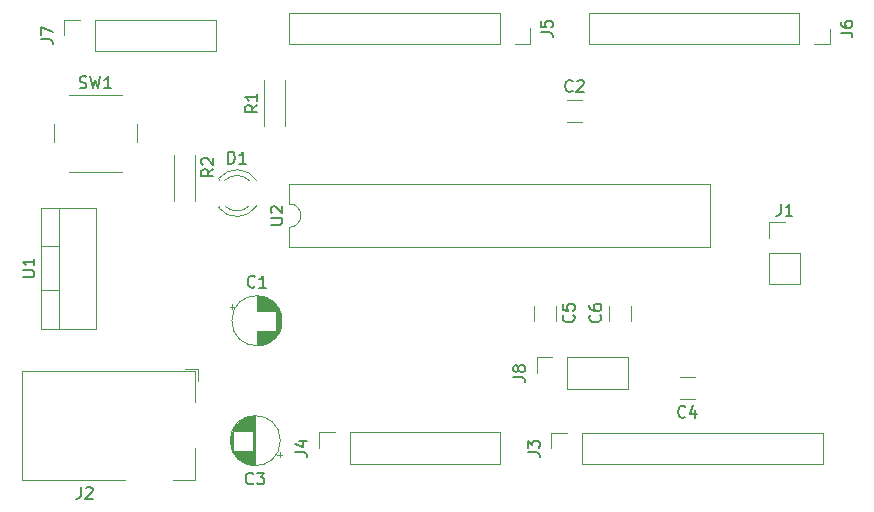
<source format=gbr>
%TF.GenerationSoftware,KiCad,Pcbnew,(6.0.1)*%
%TF.CreationDate,2022-02-10T17:55:29+03:30*%
%TF.ProjectId,PIC Microcontroller Development Board,50494320-4d69-4637-926f-636f6e74726f,rev?*%
%TF.SameCoordinates,Original*%
%TF.FileFunction,Legend,Top*%
%TF.FilePolarity,Positive*%
%FSLAX46Y46*%
G04 Gerber Fmt 4.6, Leading zero omitted, Abs format (unit mm)*
G04 Created by KiCad (PCBNEW (6.0.1)) date 2022-02-10 17:55:29*
%MOMM*%
%LPD*%
G01*
G04 APERTURE LIST*
%ADD10C,0.150000*%
%ADD11C,0.120000*%
G04 APERTURE END LIST*
D10*
%TO.C,U2*%
X117782380Y-94731904D02*
X118591904Y-94731904D01*
X118687142Y-94684285D01*
X118734761Y-94636666D01*
X118782380Y-94541428D01*
X118782380Y-94350952D01*
X118734761Y-94255714D01*
X118687142Y-94208095D01*
X118591904Y-94160476D01*
X117782380Y-94160476D01*
X117877619Y-93731904D02*
X117830000Y-93684285D01*
X117782380Y-93589047D01*
X117782380Y-93350952D01*
X117830000Y-93255714D01*
X117877619Y-93208095D01*
X117972857Y-93160476D01*
X118068095Y-93160476D01*
X118210952Y-93208095D01*
X118782380Y-93779523D01*
X118782380Y-93160476D01*
%TO.C,U1*%
X96782380Y-99186904D02*
X97591904Y-99186904D01*
X97687142Y-99139285D01*
X97734761Y-99091666D01*
X97782380Y-98996428D01*
X97782380Y-98805952D01*
X97734761Y-98710714D01*
X97687142Y-98663095D01*
X97591904Y-98615476D01*
X96782380Y-98615476D01*
X97782380Y-97615476D02*
X97782380Y-98186904D01*
X97782380Y-97901190D02*
X96782380Y-97901190D01*
X96925238Y-97996428D01*
X97020476Y-98091666D01*
X97068095Y-98186904D01*
%TO.C,SW1*%
X101611666Y-83149761D02*
X101754523Y-83197380D01*
X101992619Y-83197380D01*
X102087857Y-83149761D01*
X102135476Y-83102142D01*
X102183095Y-83006904D01*
X102183095Y-82911666D01*
X102135476Y-82816428D01*
X102087857Y-82768809D01*
X101992619Y-82721190D01*
X101802142Y-82673571D01*
X101706904Y-82625952D01*
X101659285Y-82578333D01*
X101611666Y-82483095D01*
X101611666Y-82387857D01*
X101659285Y-82292619D01*
X101706904Y-82245000D01*
X101802142Y-82197380D01*
X102040238Y-82197380D01*
X102183095Y-82245000D01*
X102516428Y-82197380D02*
X102754523Y-83197380D01*
X102945000Y-82483095D01*
X103135476Y-83197380D01*
X103373571Y-82197380D01*
X104278333Y-83197380D02*
X103706904Y-83197380D01*
X103992619Y-83197380D02*
X103992619Y-82197380D01*
X103897380Y-82340238D01*
X103802142Y-82435476D01*
X103706904Y-82483095D01*
%TO.C,R2*%
X112923580Y-90031866D02*
X112447390Y-90365200D01*
X112923580Y-90603295D02*
X111923580Y-90603295D01*
X111923580Y-90222342D01*
X111971200Y-90127104D01*
X112018819Y-90079485D01*
X112114057Y-90031866D01*
X112256914Y-90031866D01*
X112352152Y-90079485D01*
X112399771Y-90127104D01*
X112447390Y-90222342D01*
X112447390Y-90603295D01*
X112018819Y-89650914D02*
X111971200Y-89603295D01*
X111923580Y-89508057D01*
X111923580Y-89269961D01*
X111971200Y-89174723D01*
X112018819Y-89127104D01*
X112114057Y-89079485D01*
X112209295Y-89079485D01*
X112352152Y-89127104D01*
X112923580Y-89698533D01*
X112923580Y-89079485D01*
%TO.C,R1*%
X116642380Y-84621666D02*
X116166190Y-84955000D01*
X116642380Y-85193095D02*
X115642380Y-85193095D01*
X115642380Y-84812142D01*
X115690000Y-84716904D01*
X115737619Y-84669285D01*
X115832857Y-84621666D01*
X115975714Y-84621666D01*
X116070952Y-84669285D01*
X116118571Y-84716904D01*
X116166190Y-84812142D01*
X116166190Y-85193095D01*
X116642380Y-83669285D02*
X116642380Y-84240714D01*
X116642380Y-83955000D02*
X115642380Y-83955000D01*
X115785238Y-84050238D01*
X115880476Y-84145476D01*
X115928095Y-84240714D01*
%TO.C,J8*%
X138327380Y-107648333D02*
X139041666Y-107648333D01*
X139184523Y-107695952D01*
X139279761Y-107791190D01*
X139327380Y-107934047D01*
X139327380Y-108029285D01*
X138755952Y-107029285D02*
X138708333Y-107124523D01*
X138660714Y-107172142D01*
X138565476Y-107219761D01*
X138517857Y-107219761D01*
X138422619Y-107172142D01*
X138375000Y-107124523D01*
X138327380Y-107029285D01*
X138327380Y-106838809D01*
X138375000Y-106743571D01*
X138422619Y-106695952D01*
X138517857Y-106648333D01*
X138565476Y-106648333D01*
X138660714Y-106695952D01*
X138708333Y-106743571D01*
X138755952Y-106838809D01*
X138755952Y-107029285D01*
X138803571Y-107124523D01*
X138851190Y-107172142D01*
X138946428Y-107219761D01*
X139136904Y-107219761D01*
X139232142Y-107172142D01*
X139279761Y-107124523D01*
X139327380Y-107029285D01*
X139327380Y-106838809D01*
X139279761Y-106743571D01*
X139232142Y-106695952D01*
X139136904Y-106648333D01*
X138946428Y-106648333D01*
X138851190Y-106695952D01*
X138803571Y-106743571D01*
X138755952Y-106838809D01*
%TO.C,J7*%
X98312380Y-79048333D02*
X99026666Y-79048333D01*
X99169523Y-79095952D01*
X99264761Y-79191190D01*
X99312380Y-79334047D01*
X99312380Y-79429285D01*
X98312380Y-78667380D02*
X98312380Y-78000714D01*
X99312380Y-78429285D01*
%TO.C,J6*%
X166037380Y-78488333D02*
X166751666Y-78488333D01*
X166894523Y-78535952D01*
X166989761Y-78631190D01*
X167037380Y-78774047D01*
X167037380Y-78869285D01*
X166037380Y-77583571D02*
X166037380Y-77774047D01*
X166085000Y-77869285D01*
X166132619Y-77916904D01*
X166275476Y-78012142D01*
X166465952Y-78059761D01*
X166846904Y-78059761D01*
X166942142Y-78012142D01*
X166989761Y-77964523D01*
X167037380Y-77869285D01*
X167037380Y-77678809D01*
X166989761Y-77583571D01*
X166942142Y-77535952D01*
X166846904Y-77488333D01*
X166608809Y-77488333D01*
X166513571Y-77535952D01*
X166465952Y-77583571D01*
X166418333Y-77678809D01*
X166418333Y-77869285D01*
X166465952Y-77964523D01*
X166513571Y-78012142D01*
X166608809Y-78059761D01*
%TO.C,J5*%
X140652380Y-78463333D02*
X141366666Y-78463333D01*
X141509523Y-78510952D01*
X141604761Y-78606190D01*
X141652380Y-78749047D01*
X141652380Y-78844285D01*
X140652380Y-77510952D02*
X140652380Y-77987142D01*
X141128571Y-78034761D01*
X141080952Y-77987142D01*
X141033333Y-77891904D01*
X141033333Y-77653809D01*
X141080952Y-77558571D01*
X141128571Y-77510952D01*
X141223809Y-77463333D01*
X141461904Y-77463333D01*
X141557142Y-77510952D01*
X141604761Y-77558571D01*
X141652380Y-77653809D01*
X141652380Y-77891904D01*
X141604761Y-77987142D01*
X141557142Y-78034761D01*
%TO.C,J4*%
X119872380Y-113998333D02*
X120586666Y-113998333D01*
X120729523Y-114045952D01*
X120824761Y-114141190D01*
X120872380Y-114284047D01*
X120872380Y-114379285D01*
X120205714Y-113093571D02*
X120872380Y-113093571D01*
X119824761Y-113331666D02*
X120539047Y-113569761D01*
X120539047Y-112950714D01*
%TO.C,J3*%
X139557380Y-114023333D02*
X140271666Y-114023333D01*
X140414523Y-114070952D01*
X140509761Y-114166190D01*
X140557380Y-114309047D01*
X140557380Y-114404285D01*
X139557380Y-113642380D02*
X139557380Y-113023333D01*
X139938333Y-113356666D01*
X139938333Y-113213809D01*
X139985952Y-113118571D01*
X140033571Y-113070952D01*
X140128809Y-113023333D01*
X140366904Y-113023333D01*
X140462142Y-113070952D01*
X140509761Y-113118571D01*
X140557380Y-113213809D01*
X140557380Y-113499523D01*
X140509761Y-113594761D01*
X140462142Y-113642380D01*
%TO.C,J2*%
X101706666Y-116962380D02*
X101706666Y-117676666D01*
X101659047Y-117819523D01*
X101563809Y-117914761D01*
X101420952Y-117962380D01*
X101325714Y-117962380D01*
X102135238Y-117057619D02*
X102182857Y-117010000D01*
X102278095Y-116962380D01*
X102516190Y-116962380D01*
X102611428Y-117010000D01*
X102659047Y-117057619D01*
X102706666Y-117152857D01*
X102706666Y-117248095D01*
X102659047Y-117390952D01*
X102087619Y-117962380D01*
X102706666Y-117962380D01*
%TO.C,J1*%
X160956666Y-93002380D02*
X160956666Y-93716666D01*
X160909047Y-93859523D01*
X160813809Y-93954761D01*
X160670952Y-94002380D01*
X160575714Y-94002380D01*
X161956666Y-94002380D02*
X161385238Y-94002380D01*
X161670952Y-94002380D02*
X161670952Y-93002380D01*
X161575714Y-93145238D01*
X161480476Y-93240476D01*
X161385238Y-93288095D01*
%TO.C,D1*%
X114191904Y-89567380D02*
X114191904Y-88567380D01*
X114430000Y-88567380D01*
X114572857Y-88615000D01*
X114668095Y-88710238D01*
X114715714Y-88805476D01*
X114763333Y-88995952D01*
X114763333Y-89138809D01*
X114715714Y-89329285D01*
X114668095Y-89424523D01*
X114572857Y-89519761D01*
X114430000Y-89567380D01*
X114191904Y-89567380D01*
X115715714Y-89567380D02*
X115144285Y-89567380D01*
X115430000Y-89567380D02*
X115430000Y-88567380D01*
X115334761Y-88710238D01*
X115239523Y-88805476D01*
X115144285Y-88853095D01*
%TO.C,C6*%
X145667142Y-102401666D02*
X145714761Y-102449285D01*
X145762380Y-102592142D01*
X145762380Y-102687380D01*
X145714761Y-102830238D01*
X145619523Y-102925476D01*
X145524285Y-102973095D01*
X145333809Y-103020714D01*
X145190952Y-103020714D01*
X145000476Y-102973095D01*
X144905238Y-102925476D01*
X144810000Y-102830238D01*
X144762380Y-102687380D01*
X144762380Y-102592142D01*
X144810000Y-102449285D01*
X144857619Y-102401666D01*
X144762380Y-101544523D02*
X144762380Y-101735000D01*
X144810000Y-101830238D01*
X144857619Y-101877857D01*
X145000476Y-101973095D01*
X145190952Y-102020714D01*
X145571904Y-102020714D01*
X145667142Y-101973095D01*
X145714761Y-101925476D01*
X145762380Y-101830238D01*
X145762380Y-101639761D01*
X145714761Y-101544523D01*
X145667142Y-101496904D01*
X145571904Y-101449285D01*
X145333809Y-101449285D01*
X145238571Y-101496904D01*
X145190952Y-101544523D01*
X145143333Y-101639761D01*
X145143333Y-101830238D01*
X145190952Y-101925476D01*
X145238571Y-101973095D01*
X145333809Y-102020714D01*
%TO.C,C5*%
X143417142Y-102401666D02*
X143464761Y-102449285D01*
X143512380Y-102592142D01*
X143512380Y-102687380D01*
X143464761Y-102830238D01*
X143369523Y-102925476D01*
X143274285Y-102973095D01*
X143083809Y-103020714D01*
X142940952Y-103020714D01*
X142750476Y-102973095D01*
X142655238Y-102925476D01*
X142560000Y-102830238D01*
X142512380Y-102687380D01*
X142512380Y-102592142D01*
X142560000Y-102449285D01*
X142607619Y-102401666D01*
X142512380Y-101496904D02*
X142512380Y-101973095D01*
X142988571Y-102020714D01*
X142940952Y-101973095D01*
X142893333Y-101877857D01*
X142893333Y-101639761D01*
X142940952Y-101544523D01*
X142988571Y-101496904D01*
X143083809Y-101449285D01*
X143321904Y-101449285D01*
X143417142Y-101496904D01*
X143464761Y-101544523D01*
X143512380Y-101639761D01*
X143512380Y-101877857D01*
X143464761Y-101973095D01*
X143417142Y-102020714D01*
%TO.C,C4*%
X152888333Y-110992142D02*
X152840714Y-111039761D01*
X152697857Y-111087380D01*
X152602619Y-111087380D01*
X152459761Y-111039761D01*
X152364523Y-110944523D01*
X152316904Y-110849285D01*
X152269285Y-110658809D01*
X152269285Y-110515952D01*
X152316904Y-110325476D01*
X152364523Y-110230238D01*
X152459761Y-110135000D01*
X152602619Y-110087380D01*
X152697857Y-110087380D01*
X152840714Y-110135000D01*
X152888333Y-110182619D01*
X153745476Y-110420714D02*
X153745476Y-111087380D01*
X153507380Y-110039761D02*
X153269285Y-110754047D01*
X153888333Y-110754047D01*
%TO.C,C3*%
X116308333Y-116637142D02*
X116260714Y-116684761D01*
X116117857Y-116732380D01*
X116022619Y-116732380D01*
X115879761Y-116684761D01*
X115784523Y-116589523D01*
X115736904Y-116494285D01*
X115689285Y-116303809D01*
X115689285Y-116160952D01*
X115736904Y-115970476D01*
X115784523Y-115875238D01*
X115879761Y-115780000D01*
X116022619Y-115732380D01*
X116117857Y-115732380D01*
X116260714Y-115780000D01*
X116308333Y-115827619D01*
X116641666Y-115732380D02*
X117260714Y-115732380D01*
X116927380Y-116113333D01*
X117070238Y-116113333D01*
X117165476Y-116160952D01*
X117213095Y-116208571D01*
X117260714Y-116303809D01*
X117260714Y-116541904D01*
X117213095Y-116637142D01*
X117165476Y-116684761D01*
X117070238Y-116732380D01*
X116784523Y-116732380D01*
X116689285Y-116684761D01*
X116641666Y-116637142D01*
%TO.C,C2*%
X143343333Y-83397142D02*
X143295714Y-83444761D01*
X143152857Y-83492380D01*
X143057619Y-83492380D01*
X142914761Y-83444761D01*
X142819523Y-83349523D01*
X142771904Y-83254285D01*
X142724285Y-83063809D01*
X142724285Y-82920952D01*
X142771904Y-82730476D01*
X142819523Y-82635238D01*
X142914761Y-82540000D01*
X143057619Y-82492380D01*
X143152857Y-82492380D01*
X143295714Y-82540000D01*
X143343333Y-82587619D01*
X143724285Y-82587619D02*
X143771904Y-82540000D01*
X143867142Y-82492380D01*
X144105238Y-82492380D01*
X144200476Y-82540000D01*
X144248095Y-82587619D01*
X144295714Y-82682857D01*
X144295714Y-82778095D01*
X144248095Y-82920952D01*
X143676666Y-83492380D01*
X144295714Y-83492380D01*
%TO.C,C1*%
X116450733Y-99977142D02*
X116403114Y-100024761D01*
X116260257Y-100072380D01*
X116165019Y-100072380D01*
X116022161Y-100024761D01*
X115926923Y-99929523D01*
X115879304Y-99834285D01*
X115831685Y-99643809D01*
X115831685Y-99500952D01*
X115879304Y-99310476D01*
X115926923Y-99215238D01*
X116022161Y-99120000D01*
X116165019Y-99072380D01*
X116260257Y-99072380D01*
X116403114Y-99120000D01*
X116450733Y-99167619D01*
X117403114Y-100072380D02*
X116831685Y-100072380D01*
X117117400Y-100072380D02*
X117117400Y-99072380D01*
X117022161Y-99215238D01*
X116926923Y-99310476D01*
X116831685Y-99358095D01*
D11*
%TO.C,U2*%
X119330000Y-91320000D02*
X119330000Y-92970000D01*
X155010000Y-91320000D02*
X119330000Y-91320000D01*
X119330000Y-94970000D02*
X119330000Y-96620000D01*
X119330000Y-96620000D02*
X155010000Y-96620000D01*
X155010000Y-96620000D02*
X155010000Y-91320000D01*
X119330000Y-94970000D02*
G75*
G03*
X119330000Y-92970000I0J1000000D01*
G01*
%TO.C,U1*%
X99840000Y-103545000D02*
X99840000Y-93305000D01*
X98330000Y-100275000D02*
X99840000Y-100275000D01*
X102971000Y-103545000D02*
X102971000Y-93305000D01*
X98330000Y-96574000D02*
X99840000Y-96574000D01*
X98330000Y-103545000D02*
X102971000Y-103545000D01*
X98330000Y-93305000D02*
X102971000Y-93305000D01*
X98330000Y-103545000D02*
X98330000Y-93305000D01*
%TO.C,SW1*%
X106445000Y-87745000D02*
X106445000Y-86245000D01*
X105195000Y-83745000D02*
X100695000Y-83745000D01*
X99445000Y-86245000D02*
X99445000Y-87745000D01*
X100695000Y-90245000D02*
X105195000Y-90245000D01*
%TO.C,R2*%
X109570000Y-88885000D02*
X109570000Y-92725000D01*
X111410000Y-88885000D02*
X111410000Y-92725000D01*
%TO.C,R1*%
X119030000Y-86375000D02*
X119030000Y-82535000D01*
X117190000Y-86375000D02*
X117190000Y-82535000D01*
%TO.C,J8*%
X140315000Y-107315000D02*
X140315000Y-105985000D01*
X142915000Y-105985000D02*
X148055000Y-105985000D01*
X142915000Y-108645000D02*
X148055000Y-108645000D01*
X142915000Y-108645000D02*
X142915000Y-105985000D01*
X140315000Y-105985000D02*
X141645000Y-105985000D01*
X148055000Y-108645000D02*
X148055000Y-105985000D01*
%TO.C,J7*%
X100300000Y-77385000D02*
X101630000Y-77385000D01*
X102900000Y-77385000D02*
X113120000Y-77385000D01*
X102900000Y-80045000D02*
X113120000Y-80045000D01*
X102900000Y-80045000D02*
X102900000Y-77385000D01*
X113120000Y-80045000D02*
X113120000Y-77385000D01*
X100300000Y-78715000D02*
X100300000Y-77385000D01*
%TO.C,J6*%
X165145000Y-79485000D02*
X163815000Y-79485000D01*
X162545000Y-76825000D02*
X162545000Y-79485000D01*
X162545000Y-79485000D02*
X144705000Y-79485000D01*
X144705000Y-76825000D02*
X144705000Y-79485000D01*
X162545000Y-76825000D02*
X144705000Y-76825000D01*
X165145000Y-78155000D02*
X165145000Y-79485000D01*
%TO.C,J5*%
X139760000Y-79460000D02*
X138430000Y-79460000D01*
X137160000Y-76800000D02*
X137160000Y-79460000D01*
X137160000Y-79460000D02*
X119320000Y-79460000D01*
X119320000Y-76800000D02*
X119320000Y-79460000D01*
X137160000Y-76800000D02*
X119320000Y-76800000D01*
X139760000Y-78130000D02*
X139760000Y-79460000D01*
%TO.C,J4*%
X137220000Y-114995000D02*
X137220000Y-112335000D01*
X124460000Y-114995000D02*
X137220000Y-114995000D01*
X121860000Y-112335000D02*
X123190000Y-112335000D01*
X124460000Y-112335000D02*
X137220000Y-112335000D01*
X124460000Y-114995000D02*
X124460000Y-112335000D01*
X121860000Y-113665000D02*
X121860000Y-112335000D01*
%TO.C,J3*%
X141545000Y-112360000D02*
X142875000Y-112360000D01*
X144145000Y-115020000D02*
X164525000Y-115020000D01*
X164525000Y-115020000D02*
X164525000Y-112360000D01*
X144145000Y-115020000D02*
X144145000Y-112360000D01*
X144145000Y-112360000D02*
X164525000Y-112360000D01*
X141545000Y-113690000D02*
X141545000Y-112360000D01*
%TO.C,J2*%
X96690000Y-107160000D02*
X111390000Y-107160000D01*
X96690000Y-116360000D02*
X96690000Y-107160000D01*
X111390000Y-116360000D02*
X109490000Y-116360000D01*
X111390000Y-113660000D02*
X111390000Y-116360000D01*
X111390000Y-107160000D02*
X111390000Y-109760000D01*
X105490000Y-116360000D02*
X96690000Y-116360000D01*
X111590000Y-108010000D02*
X111590000Y-106960000D01*
X110540000Y-106960000D02*
X111590000Y-106960000D01*
%TO.C,J1*%
X159960000Y-95880000D02*
X159960000Y-94550000D01*
X159960000Y-99750000D02*
X162620000Y-99750000D01*
X159960000Y-97150000D02*
X159960000Y-99750000D01*
X159960000Y-97150000D02*
X162620000Y-97150000D01*
X159960000Y-94550000D02*
X161290000Y-94550000D01*
X162620000Y-97150000D02*
X162620000Y-99750000D01*
%TO.C,D1*%
X113370000Y-90839000D02*
X113370000Y-90995000D01*
X113370000Y-93155000D02*
X113370000Y-93311000D01*
X115971130Y-90995163D02*
G75*
G03*
X113889039Y-90995000I-1041130J-1079837D01*
G01*
X113370000Y-93310516D02*
G75*
G03*
X116602335Y-93153608I1560000J1235517D01*
G01*
X113889039Y-93155000D02*
G75*
G03*
X115971130Y-93154837I1040961J1080000D01*
G01*
X116602335Y-90996392D02*
G75*
G03*
X113370000Y-90839484I-1672335J-1078609D01*
G01*
%TO.C,C6*%
X148280000Y-102864000D02*
X148280000Y-101606000D01*
X146440000Y-102864000D02*
X146440000Y-101606000D01*
%TO.C,C5*%
X140090000Y-101606000D02*
X140090000Y-102864000D01*
X141930000Y-101606000D02*
X141930000Y-102864000D01*
%TO.C,C4*%
X153684000Y-107665000D02*
X152426000Y-107665000D01*
X153684000Y-109505000D02*
X152426000Y-109505000D01*
%TO.C,C3*%
X116155000Y-112190000D02*
X116155000Y-110974000D01*
X114874000Y-114381000D02*
X114874000Y-113870000D01*
X115034000Y-114546000D02*
X115034000Y-113870000D01*
X114714000Y-112190000D02*
X114714000Y-111888000D01*
X114914000Y-114426000D02*
X114914000Y-113870000D01*
X114994000Y-114508000D02*
X114994000Y-113870000D01*
X115034000Y-112190000D02*
X115034000Y-111514000D01*
X116195000Y-112190000D02*
X116195000Y-110968000D01*
X115554000Y-112190000D02*
X115554000Y-111160000D01*
X115875000Y-112190000D02*
X115875000Y-111036000D01*
X116035000Y-115064000D02*
X116035000Y-113870000D01*
X114434000Y-113567000D02*
X114434000Y-112493000D01*
X114394000Y-113400000D02*
X114394000Y-112660000D01*
X116395000Y-115109000D02*
X116395000Y-110951000D01*
X116275000Y-115101000D02*
X116275000Y-113870000D01*
X115714000Y-114970000D02*
X115714000Y-113870000D01*
X114594000Y-113970000D02*
X114594000Y-112090000D01*
X114954000Y-114468000D02*
X114954000Y-113870000D01*
X115234000Y-114710000D02*
X115234000Y-113870000D01*
X115795000Y-114998000D02*
X115795000Y-113870000D01*
X115714000Y-112190000D02*
X115714000Y-111090000D01*
X115754000Y-114984000D02*
X115754000Y-113870000D01*
X116355000Y-115107000D02*
X116355000Y-110953000D01*
X116435000Y-115110000D02*
X116435000Y-110950000D01*
X116235000Y-115097000D02*
X116235000Y-113870000D01*
X115514000Y-114881000D02*
X115514000Y-113870000D01*
X114994000Y-112190000D02*
X114994000Y-111552000D01*
X115554000Y-114900000D02*
X115554000Y-113870000D01*
X115995000Y-112190000D02*
X115995000Y-111005000D01*
X115394000Y-112190000D02*
X115394000Y-111245000D01*
X114794000Y-114284000D02*
X114794000Y-113870000D01*
X115314000Y-114765000D02*
X115314000Y-113870000D01*
X115274000Y-112190000D02*
X115274000Y-111322000D01*
X116115000Y-112190000D02*
X116115000Y-110980000D01*
X115915000Y-112190000D02*
X115915000Y-111025000D01*
X115434000Y-112190000D02*
X115434000Y-111222000D01*
X115955000Y-112190000D02*
X115955000Y-111014000D01*
X115835000Y-112190000D02*
X115835000Y-111048000D01*
X114954000Y-112190000D02*
X114954000Y-111592000D01*
X115754000Y-112190000D02*
X115754000Y-111076000D01*
X115634000Y-112190000D02*
X115634000Y-111123000D01*
X114754000Y-112190000D02*
X114754000Y-111830000D01*
X114834000Y-114334000D02*
X114834000Y-113870000D01*
X115074000Y-114582000D02*
X115074000Y-113870000D01*
X115114000Y-112190000D02*
X115114000Y-111443000D01*
X114794000Y-112190000D02*
X114794000Y-111776000D01*
X114634000Y-114043000D02*
X114634000Y-112017000D01*
X115154000Y-114649000D02*
X115154000Y-113870000D01*
X115354000Y-112190000D02*
X115354000Y-111270000D01*
X115354000Y-114790000D02*
X115354000Y-113870000D01*
X114754000Y-114230000D02*
X114754000Y-113870000D01*
X115474000Y-114860000D02*
X115474000Y-113870000D01*
X115594000Y-114919000D02*
X115594000Y-113870000D01*
X115314000Y-112190000D02*
X115314000Y-111295000D01*
X115674000Y-114954000D02*
X115674000Y-113870000D01*
X114834000Y-112190000D02*
X114834000Y-111726000D01*
X116035000Y-112190000D02*
X116035000Y-110996000D01*
X115234000Y-112190000D02*
X115234000Y-111350000D01*
X118744801Y-114225000D02*
X118344801Y-114225000D01*
X116155000Y-115086000D02*
X116155000Y-113870000D01*
X114514000Y-113798000D02*
X114514000Y-112262000D01*
X115835000Y-115012000D02*
X115835000Y-113870000D01*
X118544801Y-114425000D02*
X118544801Y-114025000D01*
X115514000Y-112190000D02*
X115514000Y-111179000D01*
X115434000Y-114838000D02*
X115434000Y-113870000D01*
X116075000Y-115072000D02*
X116075000Y-113870000D01*
X114914000Y-112190000D02*
X114914000Y-111634000D01*
X115394000Y-114815000D02*
X115394000Y-113870000D01*
X115114000Y-114617000D02*
X115114000Y-113870000D01*
X115674000Y-112190000D02*
X115674000Y-111106000D01*
X115154000Y-112190000D02*
X115154000Y-111411000D01*
X115875000Y-115024000D02*
X115875000Y-113870000D01*
X116075000Y-112190000D02*
X116075000Y-110988000D01*
X115634000Y-114937000D02*
X115634000Y-113870000D01*
X116315000Y-115104000D02*
X116315000Y-110956000D01*
X115795000Y-112190000D02*
X115795000Y-111062000D01*
X115474000Y-112190000D02*
X115474000Y-111200000D01*
X115194000Y-112190000D02*
X115194000Y-111380000D01*
X114674000Y-112190000D02*
X114674000Y-111950000D01*
X114674000Y-114110000D02*
X114674000Y-113870000D01*
X115594000Y-112190000D02*
X115594000Y-111141000D01*
X116475000Y-115110000D02*
X116475000Y-110950000D01*
X115274000Y-114738000D02*
X115274000Y-113870000D01*
X114474000Y-113694000D02*
X114474000Y-112366000D01*
X116235000Y-112190000D02*
X116235000Y-110963000D01*
X115074000Y-112190000D02*
X115074000Y-111478000D01*
X114554000Y-113889000D02*
X114554000Y-112171000D01*
X116275000Y-112190000D02*
X116275000Y-110959000D01*
X115955000Y-115046000D02*
X115955000Y-113870000D01*
X114874000Y-112190000D02*
X114874000Y-111679000D01*
X116115000Y-115080000D02*
X116115000Y-113870000D01*
X114714000Y-114172000D02*
X114714000Y-113870000D01*
X115995000Y-115055000D02*
X115995000Y-113870000D01*
X115194000Y-114680000D02*
X115194000Y-113870000D01*
X115915000Y-115035000D02*
X115915000Y-113870000D01*
X116195000Y-115092000D02*
X116195000Y-113870000D01*
X118595000Y-113030000D02*
G75*
G03*
X118595000Y-113030000I-2120000J0D01*
G01*
%TO.C,C2*%
X142881000Y-86010000D02*
X144139000Y-86010000D01*
X142881000Y-84170000D02*
X144139000Y-84170000D01*
%TO.C,C1*%
X117898400Y-103710000D02*
X117898400Y-104520000D01*
X116657400Y-103710000D02*
X116657400Y-104950000D01*
X117217400Y-100876000D02*
X117217400Y-102030000D01*
X118018400Y-103710000D02*
X118018400Y-104422000D01*
X118058400Y-103710000D02*
X118058400Y-104386000D01*
X117418400Y-100946000D02*
X117418400Y-102030000D01*
X118298400Y-101616000D02*
X118298400Y-104124000D01*
X117137400Y-100854000D02*
X117137400Y-102030000D01*
X116617400Y-100790000D02*
X116617400Y-102030000D01*
X117738400Y-101110000D02*
X117738400Y-102030000D01*
X117778400Y-103710000D02*
X117778400Y-104605000D01*
X116657400Y-100790000D02*
X116657400Y-102030000D01*
X118178400Y-103710000D02*
X118178400Y-104266000D01*
X116977400Y-100820000D02*
X116977400Y-102030000D01*
X117618400Y-101040000D02*
X117618400Y-102030000D01*
X117338400Y-100916000D02*
X117338400Y-102030000D01*
X117338400Y-103710000D02*
X117338400Y-104824000D01*
X116777400Y-103710000D02*
X116777400Y-104944000D01*
X118658400Y-102333000D02*
X118658400Y-103407000D01*
X118458400Y-101857000D02*
X118458400Y-103883000D01*
X118698400Y-102500000D02*
X118698400Y-103240000D01*
X117177400Y-100865000D02*
X117177400Y-102030000D01*
X117378400Y-100930000D02*
X117378400Y-102030000D01*
X116857400Y-103710000D02*
X116857400Y-104937000D01*
X117378400Y-103710000D02*
X117378400Y-104810000D01*
X117898400Y-101220000D02*
X117898400Y-102030000D01*
X117297400Y-100902000D02*
X117297400Y-102030000D01*
X116937400Y-103710000D02*
X116937400Y-104926000D01*
X117858400Y-103710000D02*
X117858400Y-104550000D01*
X117057400Y-103710000D02*
X117057400Y-104904000D01*
X118378400Y-101728000D02*
X118378400Y-104012000D01*
X117418400Y-103710000D02*
X117418400Y-104794000D01*
X117257400Y-100888000D02*
X117257400Y-102030000D01*
X118018400Y-101318000D02*
X118018400Y-102030000D01*
X117097400Y-103710000D02*
X117097400Y-104895000D01*
X118418400Y-101790000D02*
X118418400Y-103950000D01*
X118098400Y-103710000D02*
X118098400Y-104348000D01*
X117498400Y-100981000D02*
X117498400Y-102030000D01*
X114347599Y-101675000D02*
X114747599Y-101675000D01*
X117618400Y-103710000D02*
X117618400Y-104700000D01*
X114547599Y-101475000D02*
X114547599Y-101875000D01*
X116977400Y-103710000D02*
X116977400Y-104920000D01*
X116697400Y-100791000D02*
X116697400Y-102030000D01*
X117137400Y-103710000D02*
X117137400Y-104886000D01*
X116897400Y-100808000D02*
X116897400Y-102030000D01*
X118538400Y-102011000D02*
X118538400Y-103729000D01*
X116817400Y-103710000D02*
X116817400Y-104941000D01*
X117057400Y-100836000D02*
X117057400Y-102030000D01*
X117738400Y-103710000D02*
X117738400Y-104630000D01*
X118098400Y-101392000D02*
X118098400Y-102030000D01*
X117217400Y-103710000D02*
X117217400Y-104864000D01*
X118138400Y-103710000D02*
X118138400Y-104308000D01*
X117858400Y-101190000D02*
X117858400Y-102030000D01*
X117458400Y-103710000D02*
X117458400Y-104777000D01*
X116857400Y-100803000D02*
X116857400Y-102030000D01*
X117778400Y-101135000D02*
X117778400Y-102030000D01*
X118218400Y-101519000D02*
X118218400Y-104221000D01*
X117658400Y-101062000D02*
X117658400Y-102030000D01*
X117097400Y-100845000D02*
X117097400Y-102030000D01*
X118178400Y-101474000D02*
X118178400Y-102030000D01*
X116697400Y-103710000D02*
X116697400Y-104949000D01*
X117578400Y-103710000D02*
X117578400Y-104721000D01*
X116617400Y-103710000D02*
X116617400Y-104950000D01*
X116897400Y-103710000D02*
X116897400Y-104932000D01*
X118498400Y-101930000D02*
X118498400Y-103810000D01*
X117698400Y-101085000D02*
X117698400Y-102030000D01*
X117017400Y-100828000D02*
X117017400Y-102030000D01*
X117257400Y-103710000D02*
X117257400Y-104852000D01*
X117938400Y-103710000D02*
X117938400Y-104489000D01*
X117658400Y-103710000D02*
X117658400Y-104678000D01*
X117578400Y-101019000D02*
X117578400Y-102030000D01*
X116737400Y-100793000D02*
X116737400Y-102030000D01*
X118338400Y-101670000D02*
X118338400Y-104070000D01*
X117698400Y-103710000D02*
X117698400Y-104655000D01*
X117938400Y-101251000D02*
X117938400Y-102030000D01*
X116737400Y-103710000D02*
X116737400Y-104947000D01*
X117458400Y-100963000D02*
X117458400Y-102030000D01*
X117538400Y-103710000D02*
X117538400Y-104740000D01*
X117017400Y-103710000D02*
X117017400Y-104912000D01*
X118618400Y-102206000D02*
X118618400Y-103534000D01*
X117818400Y-101162000D02*
X117818400Y-102030000D01*
X117538400Y-101000000D02*
X117538400Y-102030000D01*
X116817400Y-100799000D02*
X116817400Y-102030000D01*
X117498400Y-103710000D02*
X117498400Y-104759000D01*
X117177400Y-103710000D02*
X117177400Y-104875000D01*
X117978400Y-103710000D02*
X117978400Y-104457000D01*
X118058400Y-101354000D02*
X118058400Y-102030000D01*
X116937400Y-100814000D02*
X116937400Y-102030000D01*
X118578400Y-102102000D02*
X118578400Y-103638000D01*
X117818400Y-103710000D02*
X117818400Y-104578000D01*
X117978400Y-101283000D02*
X117978400Y-102030000D01*
X117297400Y-103710000D02*
X117297400Y-104838000D01*
X118138400Y-101432000D02*
X118138400Y-102030000D01*
X118258400Y-101566000D02*
X118258400Y-104174000D01*
X116777400Y-100796000D02*
X116777400Y-102030000D01*
X118737400Y-102870000D02*
G75*
G03*
X118737400Y-102870000I-2120000J0D01*
G01*
%TD*%
M02*

</source>
